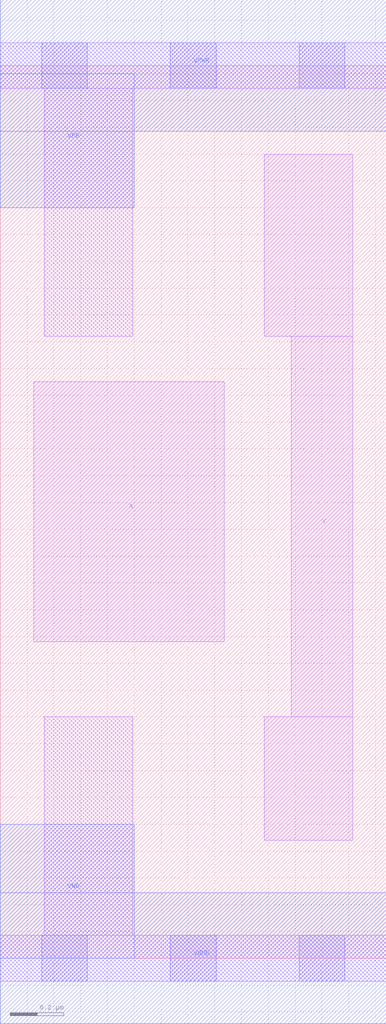
<source format=lef>
# Copyright 2020 The SkyWater PDK Authors
#
# Licensed under the Apache License, Version 2.0 (the "License");
# you may not use this file except in compliance with the License.
# You may obtain a copy of the License at
#
#     https://www.apache.org/licenses/LICENSE-2.0
#
# Unless required by applicable law or agreed to in writing, software
# distributed under the License is distributed on an "AS IS" BASIS,
# WITHOUT WARRANTIES OR CONDITIONS OF ANY KIND, either express or implied.
# See the License for the specific language governing permissions and
# limitations under the License.
#
# SPDX-License-Identifier: Apache-2.0

VERSION 5.5 ;
NAMESCASESENSITIVE ON ;
BUSBITCHARS "[]" ;
DIVIDERCHAR "/" ;
MACRO sky130_fd_sc_lp__invlp_0
  CLASS CORE ;
  SOURCE USER ;
  ORIGIN  0.000000  0.000000 ;
  SIZE  1.440000 BY  3.330000 ;
  SYMMETRY X Y R90 ;
  SITE unit ;
  PIN A
    ANTENNAGATEAREA  0.318000 ;
    DIRECTION INPUT ;
    USE SIGNAL ;
    PORT
      LAYER li1 ;
        RECT 0.125000 1.180000 0.835000 2.150000 ;
    END
  END A
  PIN Y
    ANTENNADIFFAREA  0.302100 ;
    DIRECTION OUTPUT ;
    USE SIGNAL ;
    PORT
      LAYER li1 ;
        RECT 0.985000 0.440000 1.315000 0.900000 ;
        RECT 0.985000 2.320000 1.315000 3.000000 ;
        RECT 1.085000 0.900000 1.315000 2.320000 ;
    END
  END Y
  PIN VGND
    DIRECTION INOUT ;
    USE GROUND ;
    PORT
      LAYER met1 ;
        RECT 0.000000 -0.245000 1.440000 0.245000 ;
    END
  END VGND
  PIN VNB
    DIRECTION INOUT ;
    USE GROUND ;
    PORT
      LAYER met1 ;
        RECT 0.000000 0.000000 0.500000 0.500000 ;
    END
  END VNB
  PIN VPB
    DIRECTION INOUT ;
    USE POWER ;
    PORT
      LAYER met1 ;
        RECT 0.000000 2.800000 0.500000 3.300000 ;
    END
  END VPB
  PIN VPWR
    DIRECTION INOUT ;
    USE POWER ;
    PORT
      LAYER met1 ;
        RECT 0.000000 3.085000 1.440000 3.575000 ;
    END
  END VPWR
  OBS
    LAYER li1 ;
      RECT 0.000000 -0.085000 1.440000 0.085000 ;
      RECT 0.000000  3.245000 1.440000 3.415000 ;
      RECT 0.165000  0.085000 0.495000 0.900000 ;
      RECT 0.165000  2.320000 0.495000 3.245000 ;
    LAYER mcon ;
      RECT 0.155000 -0.085000 0.325000 0.085000 ;
      RECT 0.155000  3.245000 0.325000 3.415000 ;
      RECT 0.635000 -0.085000 0.805000 0.085000 ;
      RECT 0.635000  3.245000 0.805000 3.415000 ;
      RECT 1.115000 -0.085000 1.285000 0.085000 ;
      RECT 1.115000  3.245000 1.285000 3.415000 ;
  END
END sky130_fd_sc_lp__invlp_0

</source>
